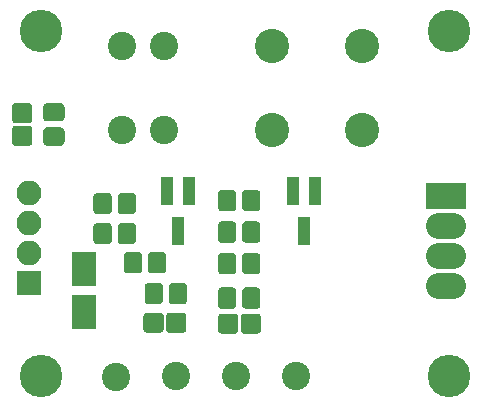
<source format=gbr>
G04 #@! TF.GenerationSoftware,KiCad,Pcbnew,5.0.0-fee4fd1~66~ubuntu18.04.1*
G04 #@! TF.CreationDate,2018-10-10T23:42:05+08:00*
G04 #@! TF.ProjectId,Solid State Relay Kit,536F6C69642053746174652052656C61,rev?*
G04 #@! TF.SameCoordinates,Original*
G04 #@! TF.FileFunction,Soldermask,Top*
G04 #@! TF.FilePolarity,Negative*
%FSLAX46Y46*%
G04 Gerber Fmt 4.6, Leading zero omitted, Abs format (unit mm)*
G04 Created by KiCad (PCBNEW 5.0.0-fee4fd1~66~ubuntu18.04.1) date Wed Oct 10 23:42:05 2018*
%MOMM*%
%LPD*%
G01*
G04 APERTURE LIST*
%ADD10C,2.400000*%
%ADD11C,0.100000*%
%ADD12C,1.550000*%
%ADD13R,2.000000X3.000000*%
%ADD14O,3.400000X2.200000*%
%ADD15R,3.400000X2.200000*%
%ADD16R,2.100000X2.100000*%
%ADD17O,2.100000X2.100000*%
%ADD18C,1.700000*%
%ADD19R,1.050000X2.400000*%
%ADD20C,2.900000*%
%ADD21C,3.600000*%
G04 APERTURE END LIST*
D10*
G04 #@! TO.C,SSR1*
X39370000Y-50897801D03*
G04 #@! TD*
G04 #@! TO.C,SSR2*
X44450000Y-50800000D03*
G04 #@! TD*
G04 #@! TO.C,5V1*
X49530000Y-50800000D03*
G04 #@! TD*
G04 #@! TO.C,GND1*
X54610000Y-50800000D03*
G04 #@! TD*
D11*
G04 #@! TO.C,R2*
G36*
X38680618Y-35296620D02*
X38713269Y-35301463D01*
X38745287Y-35309483D01*
X38776366Y-35320603D01*
X38806204Y-35334716D01*
X38834516Y-35351685D01*
X38861028Y-35371348D01*
X38885485Y-35393515D01*
X38907652Y-35417972D01*
X38927315Y-35444484D01*
X38944284Y-35472796D01*
X38958397Y-35502634D01*
X38969517Y-35533713D01*
X38977537Y-35565731D01*
X38982380Y-35598382D01*
X38984000Y-35631350D01*
X38984000Y-36758650D01*
X38982380Y-36791618D01*
X38977537Y-36824269D01*
X38969517Y-36856287D01*
X38958397Y-36887366D01*
X38944284Y-36917204D01*
X38927315Y-36945516D01*
X38907652Y-36972028D01*
X38885485Y-36996485D01*
X38861028Y-37018652D01*
X38834516Y-37038315D01*
X38806204Y-37055284D01*
X38776366Y-37069397D01*
X38745287Y-37080517D01*
X38713269Y-37088537D01*
X38680618Y-37093380D01*
X38647650Y-37095000D01*
X37770350Y-37095000D01*
X37737382Y-37093380D01*
X37704731Y-37088537D01*
X37672713Y-37080517D01*
X37641634Y-37069397D01*
X37611796Y-37055284D01*
X37583484Y-37038315D01*
X37556972Y-37018652D01*
X37532515Y-36996485D01*
X37510348Y-36972028D01*
X37490685Y-36945516D01*
X37473716Y-36917204D01*
X37459603Y-36887366D01*
X37448483Y-36856287D01*
X37440463Y-36824269D01*
X37435620Y-36791618D01*
X37434000Y-36758650D01*
X37434000Y-35631350D01*
X37435620Y-35598382D01*
X37440463Y-35565731D01*
X37448483Y-35533713D01*
X37459603Y-35502634D01*
X37473716Y-35472796D01*
X37490685Y-35444484D01*
X37510348Y-35417972D01*
X37532515Y-35393515D01*
X37556972Y-35371348D01*
X37583484Y-35351685D01*
X37611796Y-35334716D01*
X37641634Y-35320603D01*
X37672713Y-35309483D01*
X37704731Y-35301463D01*
X37737382Y-35296620D01*
X37770350Y-35295000D01*
X38647650Y-35295000D01*
X38680618Y-35296620D01*
X38680618Y-35296620D01*
G37*
D12*
X38209000Y-36195000D03*
D11*
G36*
X40730071Y-35296623D02*
X40762781Y-35301475D01*
X40794857Y-35309509D01*
X40825991Y-35320649D01*
X40855884Y-35334787D01*
X40884247Y-35351787D01*
X40910807Y-35371485D01*
X40935308Y-35393692D01*
X40957515Y-35418193D01*
X40977213Y-35444753D01*
X40994213Y-35473116D01*
X41008351Y-35503009D01*
X41019491Y-35534143D01*
X41027525Y-35566219D01*
X41032377Y-35598929D01*
X41034000Y-35631956D01*
X41034000Y-36758044D01*
X41032377Y-36791071D01*
X41027525Y-36823781D01*
X41019491Y-36855857D01*
X41008351Y-36886991D01*
X40994213Y-36916884D01*
X40977213Y-36945247D01*
X40957515Y-36971807D01*
X40935308Y-36996308D01*
X40910807Y-37018515D01*
X40884247Y-37038213D01*
X40855884Y-37055213D01*
X40825991Y-37069351D01*
X40794857Y-37080491D01*
X40762781Y-37088525D01*
X40730071Y-37093377D01*
X40697044Y-37095000D01*
X39820956Y-37095000D01*
X39787929Y-37093377D01*
X39755219Y-37088525D01*
X39723143Y-37080491D01*
X39692009Y-37069351D01*
X39662116Y-37055213D01*
X39633753Y-37038213D01*
X39607193Y-37018515D01*
X39582692Y-36996308D01*
X39560485Y-36971807D01*
X39540787Y-36945247D01*
X39523787Y-36916884D01*
X39509649Y-36886991D01*
X39498509Y-36855857D01*
X39490475Y-36823781D01*
X39485623Y-36791071D01*
X39484000Y-36758044D01*
X39484000Y-35631956D01*
X39485623Y-35598929D01*
X39490475Y-35566219D01*
X39498509Y-35534143D01*
X39509649Y-35503009D01*
X39523787Y-35473116D01*
X39540787Y-35444753D01*
X39560485Y-35418193D01*
X39582692Y-35393692D01*
X39607193Y-35371485D01*
X39633753Y-35351787D01*
X39662116Y-35334787D01*
X39692009Y-35320649D01*
X39723143Y-35309509D01*
X39755219Y-35301475D01*
X39787929Y-35296623D01*
X39820956Y-35295000D01*
X40697044Y-35295000D01*
X40730071Y-35296623D01*
X40730071Y-35296623D01*
G37*
D12*
X40259000Y-36195000D03*
G04 #@! TD*
D13*
G04 #@! TO.C,C1*
X36601400Y-41735600D03*
X36601400Y-45335600D03*
G04 #@! TD*
D14*
G04 #@! TO.C,J2*
X67310000Y-43180000D03*
D15*
X67310000Y-35560000D03*
D14*
X67310000Y-38100000D03*
X67310000Y-40640000D03*
G04 #@! TD*
D16*
G04 #@! TO.C,J1*
X32004000Y-42962400D03*
D17*
X32004000Y-40422400D03*
X32004000Y-37882400D03*
X32004000Y-35342400D03*
G04 #@! TD*
D11*
G04 #@! TO.C,D3*
G36*
X49410121Y-45506574D02*
X49441857Y-45511282D01*
X49472978Y-45519077D01*
X49503185Y-45529886D01*
X49532187Y-45543603D01*
X49559706Y-45560096D01*
X49585475Y-45579208D01*
X49609246Y-45600754D01*
X49630792Y-45624525D01*
X49649904Y-45650294D01*
X49666397Y-45677813D01*
X49680114Y-45706815D01*
X49690923Y-45737022D01*
X49698718Y-45768143D01*
X49703426Y-45799879D01*
X49705000Y-45831923D01*
X49705000Y-46878077D01*
X49703426Y-46910121D01*
X49698718Y-46941857D01*
X49690923Y-46972978D01*
X49680114Y-47003185D01*
X49666397Y-47032187D01*
X49649904Y-47059706D01*
X49630792Y-47085475D01*
X49609246Y-47109246D01*
X49585475Y-47130792D01*
X49559706Y-47149904D01*
X49532187Y-47166397D01*
X49503185Y-47180114D01*
X49472978Y-47190923D01*
X49441857Y-47198718D01*
X49410121Y-47203426D01*
X49378077Y-47205000D01*
X48306923Y-47205000D01*
X48274879Y-47203426D01*
X48243143Y-47198718D01*
X48212022Y-47190923D01*
X48181815Y-47180114D01*
X48152813Y-47166397D01*
X48125294Y-47149904D01*
X48099525Y-47130792D01*
X48075754Y-47109246D01*
X48054208Y-47085475D01*
X48035096Y-47059706D01*
X48018603Y-47032187D01*
X48004886Y-47003185D01*
X47994077Y-46972978D01*
X47986282Y-46941857D01*
X47981574Y-46910121D01*
X47980000Y-46878077D01*
X47980000Y-45831923D01*
X47981574Y-45799879D01*
X47986282Y-45768143D01*
X47994077Y-45737022D01*
X48004886Y-45706815D01*
X48018603Y-45677813D01*
X48035096Y-45650294D01*
X48054208Y-45624525D01*
X48075754Y-45600754D01*
X48099525Y-45579208D01*
X48125294Y-45560096D01*
X48152813Y-45543603D01*
X48181815Y-45529886D01*
X48212022Y-45519077D01*
X48243143Y-45511282D01*
X48274879Y-45506574D01*
X48306923Y-45505000D01*
X49378077Y-45505000D01*
X49410121Y-45506574D01*
X49410121Y-45506574D01*
G37*
D18*
X48842500Y-46355000D03*
D11*
G36*
X51335121Y-45506574D02*
X51366857Y-45511282D01*
X51397978Y-45519077D01*
X51428185Y-45529886D01*
X51457187Y-45543603D01*
X51484706Y-45560096D01*
X51510475Y-45579208D01*
X51534246Y-45600754D01*
X51555792Y-45624525D01*
X51574904Y-45650294D01*
X51591397Y-45677813D01*
X51605114Y-45706815D01*
X51615923Y-45737022D01*
X51623718Y-45768143D01*
X51628426Y-45799879D01*
X51630000Y-45831923D01*
X51630000Y-46878077D01*
X51628426Y-46910121D01*
X51623718Y-46941857D01*
X51615923Y-46972978D01*
X51605114Y-47003185D01*
X51591397Y-47032187D01*
X51574904Y-47059706D01*
X51555792Y-47085475D01*
X51534246Y-47109246D01*
X51510475Y-47130792D01*
X51484706Y-47149904D01*
X51457187Y-47166397D01*
X51428185Y-47180114D01*
X51397978Y-47190923D01*
X51366857Y-47198718D01*
X51335121Y-47203426D01*
X51303077Y-47205000D01*
X50231923Y-47205000D01*
X50199879Y-47203426D01*
X50168143Y-47198718D01*
X50137022Y-47190923D01*
X50106815Y-47180114D01*
X50077813Y-47166397D01*
X50050294Y-47149904D01*
X50024525Y-47130792D01*
X50000754Y-47109246D01*
X49979208Y-47085475D01*
X49960096Y-47059706D01*
X49943603Y-47032187D01*
X49929886Y-47003185D01*
X49919077Y-46972978D01*
X49911282Y-46941857D01*
X49906574Y-46910121D01*
X49905000Y-46878077D01*
X49905000Y-45831923D01*
X49906574Y-45799879D01*
X49911282Y-45768143D01*
X49919077Y-45737022D01*
X49929886Y-45706815D01*
X49943603Y-45677813D01*
X49960096Y-45650294D01*
X49979208Y-45624525D01*
X50000754Y-45600754D01*
X50024525Y-45579208D01*
X50050294Y-45560096D01*
X50077813Y-45543603D01*
X50106815Y-45529886D01*
X50137022Y-45519077D01*
X50168143Y-45511282D01*
X50199879Y-45506574D01*
X50231923Y-45505000D01*
X51303077Y-45505000D01*
X51335121Y-45506574D01*
X51335121Y-45506574D01*
G37*
D18*
X50767500Y-46355000D03*
G04 #@! TD*
D19*
G04 #@! TO.C,Q2*
X56195000Y-35120000D03*
X54295000Y-35120000D03*
X55245000Y-38540000D03*
G04 #@! TD*
D11*
G04 #@! TO.C,R9*
G36*
X51271071Y-40376623D02*
X51303781Y-40381475D01*
X51335857Y-40389509D01*
X51366991Y-40400649D01*
X51396884Y-40414787D01*
X51425247Y-40431787D01*
X51451807Y-40451485D01*
X51476308Y-40473692D01*
X51498515Y-40498193D01*
X51518213Y-40524753D01*
X51535213Y-40553116D01*
X51549351Y-40583009D01*
X51560491Y-40614143D01*
X51568525Y-40646219D01*
X51573377Y-40678929D01*
X51575000Y-40711956D01*
X51575000Y-41838044D01*
X51573377Y-41871071D01*
X51568525Y-41903781D01*
X51560491Y-41935857D01*
X51549351Y-41966991D01*
X51535213Y-41996884D01*
X51518213Y-42025247D01*
X51498515Y-42051807D01*
X51476308Y-42076308D01*
X51451807Y-42098515D01*
X51425247Y-42118213D01*
X51396884Y-42135213D01*
X51366991Y-42149351D01*
X51335857Y-42160491D01*
X51303781Y-42168525D01*
X51271071Y-42173377D01*
X51238044Y-42175000D01*
X50361956Y-42175000D01*
X50328929Y-42173377D01*
X50296219Y-42168525D01*
X50264143Y-42160491D01*
X50233009Y-42149351D01*
X50203116Y-42135213D01*
X50174753Y-42118213D01*
X50148193Y-42098515D01*
X50123692Y-42076308D01*
X50101485Y-42051807D01*
X50081787Y-42025247D01*
X50064787Y-41996884D01*
X50050649Y-41966991D01*
X50039509Y-41935857D01*
X50031475Y-41903781D01*
X50026623Y-41871071D01*
X50025000Y-41838044D01*
X50025000Y-40711956D01*
X50026623Y-40678929D01*
X50031475Y-40646219D01*
X50039509Y-40614143D01*
X50050649Y-40583009D01*
X50064787Y-40553116D01*
X50081787Y-40524753D01*
X50101485Y-40498193D01*
X50123692Y-40473692D01*
X50148193Y-40451485D01*
X50174753Y-40431787D01*
X50203116Y-40414787D01*
X50233009Y-40400649D01*
X50264143Y-40389509D01*
X50296219Y-40381475D01*
X50328929Y-40376623D01*
X50361956Y-40375000D01*
X51238044Y-40375000D01*
X51271071Y-40376623D01*
X51271071Y-40376623D01*
G37*
D12*
X50800000Y-41275000D03*
D11*
G36*
X49221071Y-40376623D02*
X49253781Y-40381475D01*
X49285857Y-40389509D01*
X49316991Y-40400649D01*
X49346884Y-40414787D01*
X49375247Y-40431787D01*
X49401807Y-40451485D01*
X49426308Y-40473692D01*
X49448515Y-40498193D01*
X49468213Y-40524753D01*
X49485213Y-40553116D01*
X49499351Y-40583009D01*
X49510491Y-40614143D01*
X49518525Y-40646219D01*
X49523377Y-40678929D01*
X49525000Y-40711956D01*
X49525000Y-41838044D01*
X49523377Y-41871071D01*
X49518525Y-41903781D01*
X49510491Y-41935857D01*
X49499351Y-41966991D01*
X49485213Y-41996884D01*
X49468213Y-42025247D01*
X49448515Y-42051807D01*
X49426308Y-42076308D01*
X49401807Y-42098515D01*
X49375247Y-42118213D01*
X49346884Y-42135213D01*
X49316991Y-42149351D01*
X49285857Y-42160491D01*
X49253781Y-42168525D01*
X49221071Y-42173377D01*
X49188044Y-42175000D01*
X48311956Y-42175000D01*
X48278929Y-42173377D01*
X48246219Y-42168525D01*
X48214143Y-42160491D01*
X48183009Y-42149351D01*
X48153116Y-42135213D01*
X48124753Y-42118213D01*
X48098193Y-42098515D01*
X48073692Y-42076308D01*
X48051485Y-42051807D01*
X48031787Y-42025247D01*
X48014787Y-41996884D01*
X48000649Y-41966991D01*
X47989509Y-41935857D01*
X47981475Y-41903781D01*
X47976623Y-41871071D01*
X47975000Y-41838044D01*
X47975000Y-40711956D01*
X47976623Y-40678929D01*
X47981475Y-40646219D01*
X47989509Y-40614143D01*
X48000649Y-40583009D01*
X48014787Y-40553116D01*
X48031787Y-40524753D01*
X48051485Y-40498193D01*
X48073692Y-40473692D01*
X48098193Y-40451485D01*
X48124753Y-40431787D01*
X48153116Y-40414787D01*
X48183009Y-40400649D01*
X48214143Y-40389509D01*
X48246219Y-40381475D01*
X48278929Y-40376623D01*
X48311956Y-40375000D01*
X49188044Y-40375000D01*
X49221071Y-40376623D01*
X49221071Y-40376623D01*
G37*
D12*
X48750000Y-41275000D03*
G04 #@! TD*
D11*
G04 #@! TO.C,R8*
G36*
X49221071Y-43297623D02*
X49253781Y-43302475D01*
X49285857Y-43310509D01*
X49316991Y-43321649D01*
X49346884Y-43335787D01*
X49375247Y-43352787D01*
X49401807Y-43372485D01*
X49426308Y-43394692D01*
X49448515Y-43419193D01*
X49468213Y-43445753D01*
X49485213Y-43474116D01*
X49499351Y-43504009D01*
X49510491Y-43535143D01*
X49518525Y-43567219D01*
X49523377Y-43599929D01*
X49525000Y-43632956D01*
X49525000Y-44759044D01*
X49523377Y-44792071D01*
X49518525Y-44824781D01*
X49510491Y-44856857D01*
X49499351Y-44887991D01*
X49485213Y-44917884D01*
X49468213Y-44946247D01*
X49448515Y-44972807D01*
X49426308Y-44997308D01*
X49401807Y-45019515D01*
X49375247Y-45039213D01*
X49346884Y-45056213D01*
X49316991Y-45070351D01*
X49285857Y-45081491D01*
X49253781Y-45089525D01*
X49221071Y-45094377D01*
X49188044Y-45096000D01*
X48311956Y-45096000D01*
X48278929Y-45094377D01*
X48246219Y-45089525D01*
X48214143Y-45081491D01*
X48183009Y-45070351D01*
X48153116Y-45056213D01*
X48124753Y-45039213D01*
X48098193Y-45019515D01*
X48073692Y-44997308D01*
X48051485Y-44972807D01*
X48031787Y-44946247D01*
X48014787Y-44917884D01*
X48000649Y-44887991D01*
X47989509Y-44856857D01*
X47981475Y-44824781D01*
X47976623Y-44792071D01*
X47975000Y-44759044D01*
X47975000Y-43632956D01*
X47976623Y-43599929D01*
X47981475Y-43567219D01*
X47989509Y-43535143D01*
X48000649Y-43504009D01*
X48014787Y-43474116D01*
X48031787Y-43445753D01*
X48051485Y-43419193D01*
X48073692Y-43394692D01*
X48098193Y-43372485D01*
X48124753Y-43352787D01*
X48153116Y-43335787D01*
X48183009Y-43321649D01*
X48214143Y-43310509D01*
X48246219Y-43302475D01*
X48278929Y-43297623D01*
X48311956Y-43296000D01*
X49188044Y-43296000D01*
X49221071Y-43297623D01*
X49221071Y-43297623D01*
G37*
D12*
X48750000Y-44196000D03*
D11*
G36*
X51271071Y-43297623D02*
X51303781Y-43302475D01*
X51335857Y-43310509D01*
X51366991Y-43321649D01*
X51396884Y-43335787D01*
X51425247Y-43352787D01*
X51451807Y-43372485D01*
X51476308Y-43394692D01*
X51498515Y-43419193D01*
X51518213Y-43445753D01*
X51535213Y-43474116D01*
X51549351Y-43504009D01*
X51560491Y-43535143D01*
X51568525Y-43567219D01*
X51573377Y-43599929D01*
X51575000Y-43632956D01*
X51575000Y-44759044D01*
X51573377Y-44792071D01*
X51568525Y-44824781D01*
X51560491Y-44856857D01*
X51549351Y-44887991D01*
X51535213Y-44917884D01*
X51518213Y-44946247D01*
X51498515Y-44972807D01*
X51476308Y-44997308D01*
X51451807Y-45019515D01*
X51425247Y-45039213D01*
X51396884Y-45056213D01*
X51366991Y-45070351D01*
X51335857Y-45081491D01*
X51303781Y-45089525D01*
X51271071Y-45094377D01*
X51238044Y-45096000D01*
X50361956Y-45096000D01*
X50328929Y-45094377D01*
X50296219Y-45089525D01*
X50264143Y-45081491D01*
X50233009Y-45070351D01*
X50203116Y-45056213D01*
X50174753Y-45039213D01*
X50148193Y-45019515D01*
X50123692Y-44997308D01*
X50101485Y-44972807D01*
X50081787Y-44946247D01*
X50064787Y-44917884D01*
X50050649Y-44887991D01*
X50039509Y-44856857D01*
X50031475Y-44824781D01*
X50026623Y-44792071D01*
X50025000Y-44759044D01*
X50025000Y-43632956D01*
X50026623Y-43599929D01*
X50031475Y-43567219D01*
X50039509Y-43535143D01*
X50050649Y-43504009D01*
X50064787Y-43474116D01*
X50081787Y-43445753D01*
X50101485Y-43419193D01*
X50123692Y-43394692D01*
X50148193Y-43372485D01*
X50174753Y-43352787D01*
X50203116Y-43335787D01*
X50233009Y-43321649D01*
X50264143Y-43310509D01*
X50296219Y-43302475D01*
X50328929Y-43297623D01*
X50361956Y-43296000D01*
X51238044Y-43296000D01*
X51271071Y-43297623D01*
X51271071Y-43297623D01*
G37*
D12*
X50800000Y-44196000D03*
G04 #@! TD*
D11*
G04 #@! TO.C,R7*
G36*
X51271071Y-35042623D02*
X51303781Y-35047475D01*
X51335857Y-35055509D01*
X51366991Y-35066649D01*
X51396884Y-35080787D01*
X51425247Y-35097787D01*
X51451807Y-35117485D01*
X51476308Y-35139692D01*
X51498515Y-35164193D01*
X51518213Y-35190753D01*
X51535213Y-35219116D01*
X51549351Y-35249009D01*
X51560491Y-35280143D01*
X51568525Y-35312219D01*
X51573377Y-35344929D01*
X51575000Y-35377956D01*
X51575000Y-36504044D01*
X51573377Y-36537071D01*
X51568525Y-36569781D01*
X51560491Y-36601857D01*
X51549351Y-36632991D01*
X51535213Y-36662884D01*
X51518213Y-36691247D01*
X51498515Y-36717807D01*
X51476308Y-36742308D01*
X51451807Y-36764515D01*
X51425247Y-36784213D01*
X51396884Y-36801213D01*
X51366991Y-36815351D01*
X51335857Y-36826491D01*
X51303781Y-36834525D01*
X51271071Y-36839377D01*
X51238044Y-36841000D01*
X50361956Y-36841000D01*
X50328929Y-36839377D01*
X50296219Y-36834525D01*
X50264143Y-36826491D01*
X50233009Y-36815351D01*
X50203116Y-36801213D01*
X50174753Y-36784213D01*
X50148193Y-36764515D01*
X50123692Y-36742308D01*
X50101485Y-36717807D01*
X50081787Y-36691247D01*
X50064787Y-36662884D01*
X50050649Y-36632991D01*
X50039509Y-36601857D01*
X50031475Y-36569781D01*
X50026623Y-36537071D01*
X50025000Y-36504044D01*
X50025000Y-35377956D01*
X50026623Y-35344929D01*
X50031475Y-35312219D01*
X50039509Y-35280143D01*
X50050649Y-35249009D01*
X50064787Y-35219116D01*
X50081787Y-35190753D01*
X50101485Y-35164193D01*
X50123692Y-35139692D01*
X50148193Y-35117485D01*
X50174753Y-35097787D01*
X50203116Y-35080787D01*
X50233009Y-35066649D01*
X50264143Y-35055509D01*
X50296219Y-35047475D01*
X50328929Y-35042623D01*
X50361956Y-35041000D01*
X51238044Y-35041000D01*
X51271071Y-35042623D01*
X51271071Y-35042623D01*
G37*
D12*
X50800000Y-35941000D03*
D11*
G36*
X49221071Y-35042623D02*
X49253781Y-35047475D01*
X49285857Y-35055509D01*
X49316991Y-35066649D01*
X49346884Y-35080787D01*
X49375247Y-35097787D01*
X49401807Y-35117485D01*
X49426308Y-35139692D01*
X49448515Y-35164193D01*
X49468213Y-35190753D01*
X49485213Y-35219116D01*
X49499351Y-35249009D01*
X49510491Y-35280143D01*
X49518525Y-35312219D01*
X49523377Y-35344929D01*
X49525000Y-35377956D01*
X49525000Y-36504044D01*
X49523377Y-36537071D01*
X49518525Y-36569781D01*
X49510491Y-36601857D01*
X49499351Y-36632991D01*
X49485213Y-36662884D01*
X49468213Y-36691247D01*
X49448515Y-36717807D01*
X49426308Y-36742308D01*
X49401807Y-36764515D01*
X49375247Y-36784213D01*
X49346884Y-36801213D01*
X49316991Y-36815351D01*
X49285857Y-36826491D01*
X49253781Y-36834525D01*
X49221071Y-36839377D01*
X49188044Y-36841000D01*
X48311956Y-36841000D01*
X48278929Y-36839377D01*
X48246219Y-36834525D01*
X48214143Y-36826491D01*
X48183009Y-36815351D01*
X48153116Y-36801213D01*
X48124753Y-36784213D01*
X48098193Y-36764515D01*
X48073692Y-36742308D01*
X48051485Y-36717807D01*
X48031787Y-36691247D01*
X48014787Y-36662884D01*
X48000649Y-36632991D01*
X47989509Y-36601857D01*
X47981475Y-36569781D01*
X47976623Y-36537071D01*
X47975000Y-36504044D01*
X47975000Y-35377956D01*
X47976623Y-35344929D01*
X47981475Y-35312219D01*
X47989509Y-35280143D01*
X48000649Y-35249009D01*
X48014787Y-35219116D01*
X48031787Y-35190753D01*
X48051485Y-35164193D01*
X48073692Y-35139692D01*
X48098193Y-35117485D01*
X48124753Y-35097787D01*
X48153116Y-35080787D01*
X48183009Y-35066649D01*
X48214143Y-35055509D01*
X48246219Y-35047475D01*
X48278929Y-35042623D01*
X48311956Y-35041000D01*
X49188044Y-35041000D01*
X49221071Y-35042623D01*
X49221071Y-35042623D01*
G37*
D12*
X48750000Y-35941000D03*
G04 #@! TD*
D11*
G04 #@! TO.C,R6*
G36*
X51271071Y-37709623D02*
X51303781Y-37714475D01*
X51335857Y-37722509D01*
X51366991Y-37733649D01*
X51396884Y-37747787D01*
X51425247Y-37764787D01*
X51451807Y-37784485D01*
X51476308Y-37806692D01*
X51498515Y-37831193D01*
X51518213Y-37857753D01*
X51535213Y-37886116D01*
X51549351Y-37916009D01*
X51560491Y-37947143D01*
X51568525Y-37979219D01*
X51573377Y-38011929D01*
X51575000Y-38044956D01*
X51575000Y-39171044D01*
X51573377Y-39204071D01*
X51568525Y-39236781D01*
X51560491Y-39268857D01*
X51549351Y-39299991D01*
X51535213Y-39329884D01*
X51518213Y-39358247D01*
X51498515Y-39384807D01*
X51476308Y-39409308D01*
X51451807Y-39431515D01*
X51425247Y-39451213D01*
X51396884Y-39468213D01*
X51366991Y-39482351D01*
X51335857Y-39493491D01*
X51303781Y-39501525D01*
X51271071Y-39506377D01*
X51238044Y-39508000D01*
X50361956Y-39508000D01*
X50328929Y-39506377D01*
X50296219Y-39501525D01*
X50264143Y-39493491D01*
X50233009Y-39482351D01*
X50203116Y-39468213D01*
X50174753Y-39451213D01*
X50148193Y-39431515D01*
X50123692Y-39409308D01*
X50101485Y-39384807D01*
X50081787Y-39358247D01*
X50064787Y-39329884D01*
X50050649Y-39299991D01*
X50039509Y-39268857D01*
X50031475Y-39236781D01*
X50026623Y-39204071D01*
X50025000Y-39171044D01*
X50025000Y-38044956D01*
X50026623Y-38011929D01*
X50031475Y-37979219D01*
X50039509Y-37947143D01*
X50050649Y-37916009D01*
X50064787Y-37886116D01*
X50081787Y-37857753D01*
X50101485Y-37831193D01*
X50123692Y-37806692D01*
X50148193Y-37784485D01*
X50174753Y-37764787D01*
X50203116Y-37747787D01*
X50233009Y-37733649D01*
X50264143Y-37722509D01*
X50296219Y-37714475D01*
X50328929Y-37709623D01*
X50361956Y-37708000D01*
X51238044Y-37708000D01*
X51271071Y-37709623D01*
X51271071Y-37709623D01*
G37*
D12*
X50800000Y-38608000D03*
D11*
G36*
X49221071Y-37709623D02*
X49253781Y-37714475D01*
X49285857Y-37722509D01*
X49316991Y-37733649D01*
X49346884Y-37747787D01*
X49375247Y-37764787D01*
X49401807Y-37784485D01*
X49426308Y-37806692D01*
X49448515Y-37831193D01*
X49468213Y-37857753D01*
X49485213Y-37886116D01*
X49499351Y-37916009D01*
X49510491Y-37947143D01*
X49518525Y-37979219D01*
X49523377Y-38011929D01*
X49525000Y-38044956D01*
X49525000Y-39171044D01*
X49523377Y-39204071D01*
X49518525Y-39236781D01*
X49510491Y-39268857D01*
X49499351Y-39299991D01*
X49485213Y-39329884D01*
X49468213Y-39358247D01*
X49448515Y-39384807D01*
X49426308Y-39409308D01*
X49401807Y-39431515D01*
X49375247Y-39451213D01*
X49346884Y-39468213D01*
X49316991Y-39482351D01*
X49285857Y-39493491D01*
X49253781Y-39501525D01*
X49221071Y-39506377D01*
X49188044Y-39508000D01*
X48311956Y-39508000D01*
X48278929Y-39506377D01*
X48246219Y-39501525D01*
X48214143Y-39493491D01*
X48183009Y-39482351D01*
X48153116Y-39468213D01*
X48124753Y-39451213D01*
X48098193Y-39431515D01*
X48073692Y-39409308D01*
X48051485Y-39384807D01*
X48031787Y-39358247D01*
X48014787Y-39329884D01*
X48000649Y-39299991D01*
X47989509Y-39268857D01*
X47981475Y-39236781D01*
X47976623Y-39204071D01*
X47975000Y-39171044D01*
X47975000Y-38044956D01*
X47976623Y-38011929D01*
X47981475Y-37979219D01*
X47989509Y-37947143D01*
X48000649Y-37916009D01*
X48014787Y-37886116D01*
X48031787Y-37857753D01*
X48051485Y-37831193D01*
X48073692Y-37806692D01*
X48098193Y-37784485D01*
X48124753Y-37764787D01*
X48153116Y-37747787D01*
X48183009Y-37733649D01*
X48214143Y-37722509D01*
X48246219Y-37714475D01*
X48278929Y-37709623D01*
X48311956Y-37708000D01*
X49188044Y-37708000D01*
X49221071Y-37709623D01*
X49221071Y-37709623D01*
G37*
D12*
X48750000Y-38608000D03*
G04 #@! TD*
D10*
G04 #@! TO.C,U2*
X43428000Y-29928000D03*
D20*
X60198000Y-29928000D03*
D10*
X39878000Y-29928000D03*
D20*
X52578000Y-29928000D03*
G04 #@! TD*
G04 #@! TO.C,U1*
X52578000Y-22816000D03*
D10*
X39878000Y-22816000D03*
D20*
X60198000Y-22816000D03*
D10*
X43428000Y-22816000D03*
G04 #@! TD*
D19*
G04 #@! TO.C,Q1*
X44577000Y-38540000D03*
X43627000Y-35120000D03*
X45527000Y-35120000D03*
G04 #@! TD*
D11*
G04 #@! TO.C,D1*
G36*
X43092621Y-45430374D02*
X43124357Y-45435082D01*
X43155478Y-45442877D01*
X43185685Y-45453686D01*
X43214687Y-45467403D01*
X43242206Y-45483896D01*
X43267975Y-45503008D01*
X43291746Y-45524554D01*
X43313292Y-45548325D01*
X43332404Y-45574094D01*
X43348897Y-45601613D01*
X43362614Y-45630615D01*
X43373423Y-45660822D01*
X43381218Y-45691943D01*
X43385926Y-45723679D01*
X43387500Y-45755723D01*
X43387500Y-46801877D01*
X43385926Y-46833921D01*
X43381218Y-46865657D01*
X43373423Y-46896778D01*
X43362614Y-46926985D01*
X43348897Y-46955987D01*
X43332404Y-46983506D01*
X43313292Y-47009275D01*
X43291746Y-47033046D01*
X43267975Y-47054592D01*
X43242206Y-47073704D01*
X43214687Y-47090197D01*
X43185685Y-47103914D01*
X43155478Y-47114723D01*
X43124357Y-47122518D01*
X43092621Y-47127226D01*
X43060577Y-47128800D01*
X41989423Y-47128800D01*
X41957379Y-47127226D01*
X41925643Y-47122518D01*
X41894522Y-47114723D01*
X41864315Y-47103914D01*
X41835313Y-47090197D01*
X41807794Y-47073704D01*
X41782025Y-47054592D01*
X41758254Y-47033046D01*
X41736708Y-47009275D01*
X41717596Y-46983506D01*
X41701103Y-46955987D01*
X41687386Y-46926985D01*
X41676577Y-46896778D01*
X41668782Y-46865657D01*
X41664074Y-46833921D01*
X41662500Y-46801877D01*
X41662500Y-45755723D01*
X41664074Y-45723679D01*
X41668782Y-45691943D01*
X41676577Y-45660822D01*
X41687386Y-45630615D01*
X41701103Y-45601613D01*
X41717596Y-45574094D01*
X41736708Y-45548325D01*
X41758254Y-45524554D01*
X41782025Y-45503008D01*
X41807794Y-45483896D01*
X41835313Y-45467403D01*
X41864315Y-45453686D01*
X41894522Y-45442877D01*
X41925643Y-45435082D01*
X41957379Y-45430374D01*
X41989423Y-45428800D01*
X43060577Y-45428800D01*
X43092621Y-45430374D01*
X43092621Y-45430374D01*
G37*
D18*
X42525000Y-46278800D03*
D11*
G36*
X45017621Y-45430374D02*
X45049357Y-45435082D01*
X45080478Y-45442877D01*
X45110685Y-45453686D01*
X45139687Y-45467403D01*
X45167206Y-45483896D01*
X45192975Y-45503008D01*
X45216746Y-45524554D01*
X45238292Y-45548325D01*
X45257404Y-45574094D01*
X45273897Y-45601613D01*
X45287614Y-45630615D01*
X45298423Y-45660822D01*
X45306218Y-45691943D01*
X45310926Y-45723679D01*
X45312500Y-45755723D01*
X45312500Y-46801877D01*
X45310926Y-46833921D01*
X45306218Y-46865657D01*
X45298423Y-46896778D01*
X45287614Y-46926985D01*
X45273897Y-46955987D01*
X45257404Y-46983506D01*
X45238292Y-47009275D01*
X45216746Y-47033046D01*
X45192975Y-47054592D01*
X45167206Y-47073704D01*
X45139687Y-47090197D01*
X45110685Y-47103914D01*
X45080478Y-47114723D01*
X45049357Y-47122518D01*
X45017621Y-47127226D01*
X44985577Y-47128800D01*
X43914423Y-47128800D01*
X43882379Y-47127226D01*
X43850643Y-47122518D01*
X43819522Y-47114723D01*
X43789315Y-47103914D01*
X43760313Y-47090197D01*
X43732794Y-47073704D01*
X43707025Y-47054592D01*
X43683254Y-47033046D01*
X43661708Y-47009275D01*
X43642596Y-46983506D01*
X43626103Y-46955987D01*
X43612386Y-46926985D01*
X43601577Y-46896778D01*
X43593782Y-46865657D01*
X43589074Y-46833921D01*
X43587500Y-46801877D01*
X43587500Y-45755723D01*
X43589074Y-45723679D01*
X43593782Y-45691943D01*
X43601577Y-45660822D01*
X43612386Y-45630615D01*
X43626103Y-45601613D01*
X43642596Y-45574094D01*
X43661708Y-45548325D01*
X43683254Y-45524554D01*
X43707025Y-45503008D01*
X43732794Y-45483896D01*
X43760313Y-45467403D01*
X43789315Y-45453686D01*
X43819522Y-45442877D01*
X43850643Y-45435082D01*
X43882379Y-45430374D01*
X43914423Y-45428800D01*
X44985577Y-45428800D01*
X45017621Y-45430374D01*
X45017621Y-45430374D01*
G37*
D18*
X44450000Y-46278800D03*
G04 #@! TD*
D11*
G04 #@! TO.C,D2*
G36*
X31953041Y-29596118D02*
X31984777Y-29600826D01*
X32015898Y-29608621D01*
X32046105Y-29619430D01*
X32075107Y-29633147D01*
X32102626Y-29649640D01*
X32128395Y-29668752D01*
X32152166Y-29690298D01*
X32173712Y-29714069D01*
X32192824Y-29739838D01*
X32209317Y-29767357D01*
X32223034Y-29796359D01*
X32233843Y-29826566D01*
X32241638Y-29857687D01*
X32246346Y-29889423D01*
X32247920Y-29921467D01*
X32247920Y-30992621D01*
X32246346Y-31024665D01*
X32241638Y-31056401D01*
X32233843Y-31087522D01*
X32223034Y-31117729D01*
X32209317Y-31146731D01*
X32192824Y-31174250D01*
X32173712Y-31200019D01*
X32152166Y-31223790D01*
X32128395Y-31245336D01*
X32102626Y-31264448D01*
X32075107Y-31280941D01*
X32046105Y-31294658D01*
X32015898Y-31305467D01*
X31984777Y-31313262D01*
X31953041Y-31317970D01*
X31920997Y-31319544D01*
X30874843Y-31319544D01*
X30842799Y-31317970D01*
X30811063Y-31313262D01*
X30779942Y-31305467D01*
X30749735Y-31294658D01*
X30720733Y-31280941D01*
X30693214Y-31264448D01*
X30667445Y-31245336D01*
X30643674Y-31223790D01*
X30622128Y-31200019D01*
X30603016Y-31174250D01*
X30586523Y-31146731D01*
X30572806Y-31117729D01*
X30561997Y-31087522D01*
X30554202Y-31056401D01*
X30549494Y-31024665D01*
X30547920Y-30992621D01*
X30547920Y-29921467D01*
X30549494Y-29889423D01*
X30554202Y-29857687D01*
X30561997Y-29826566D01*
X30572806Y-29796359D01*
X30586523Y-29767357D01*
X30603016Y-29739838D01*
X30622128Y-29714069D01*
X30643674Y-29690298D01*
X30667445Y-29668752D01*
X30693214Y-29649640D01*
X30720733Y-29633147D01*
X30749735Y-29619430D01*
X30779942Y-29608621D01*
X30811063Y-29600826D01*
X30842799Y-29596118D01*
X30874843Y-29594544D01*
X31920997Y-29594544D01*
X31953041Y-29596118D01*
X31953041Y-29596118D01*
G37*
D18*
X31397920Y-30457044D03*
D11*
G36*
X31953041Y-27671118D02*
X31984777Y-27675826D01*
X32015898Y-27683621D01*
X32046105Y-27694430D01*
X32075107Y-27708147D01*
X32102626Y-27724640D01*
X32128395Y-27743752D01*
X32152166Y-27765298D01*
X32173712Y-27789069D01*
X32192824Y-27814838D01*
X32209317Y-27842357D01*
X32223034Y-27871359D01*
X32233843Y-27901566D01*
X32241638Y-27932687D01*
X32246346Y-27964423D01*
X32247920Y-27996467D01*
X32247920Y-29067621D01*
X32246346Y-29099665D01*
X32241638Y-29131401D01*
X32233843Y-29162522D01*
X32223034Y-29192729D01*
X32209317Y-29221731D01*
X32192824Y-29249250D01*
X32173712Y-29275019D01*
X32152166Y-29298790D01*
X32128395Y-29320336D01*
X32102626Y-29339448D01*
X32075107Y-29355941D01*
X32046105Y-29369658D01*
X32015898Y-29380467D01*
X31984777Y-29388262D01*
X31953041Y-29392970D01*
X31920997Y-29394544D01*
X30874843Y-29394544D01*
X30842799Y-29392970D01*
X30811063Y-29388262D01*
X30779942Y-29380467D01*
X30749735Y-29369658D01*
X30720733Y-29355941D01*
X30693214Y-29339448D01*
X30667445Y-29320336D01*
X30643674Y-29298790D01*
X30622128Y-29275019D01*
X30603016Y-29249250D01*
X30586523Y-29221731D01*
X30572806Y-29192729D01*
X30561997Y-29162522D01*
X30554202Y-29131401D01*
X30549494Y-29099665D01*
X30547920Y-29067621D01*
X30547920Y-27996467D01*
X30549494Y-27964423D01*
X30554202Y-27932687D01*
X30561997Y-27901566D01*
X30572806Y-27871359D01*
X30586523Y-27842357D01*
X30603016Y-27814838D01*
X30622128Y-27789069D01*
X30643674Y-27765298D01*
X30667445Y-27743752D01*
X30693214Y-27724640D01*
X30720733Y-27708147D01*
X30749735Y-27694430D01*
X30779942Y-27683621D01*
X30811063Y-27675826D01*
X30842799Y-27671118D01*
X30874843Y-27669544D01*
X31920997Y-27669544D01*
X31953041Y-27671118D01*
X31953041Y-27671118D01*
G37*
D18*
X31397920Y-28532044D03*
G04 #@! TD*
D11*
G04 #@! TO.C,R1*
G36*
X38680071Y-37836623D02*
X38712781Y-37841475D01*
X38744857Y-37849509D01*
X38775991Y-37860649D01*
X38805884Y-37874787D01*
X38834247Y-37891787D01*
X38860807Y-37911485D01*
X38885308Y-37933692D01*
X38907515Y-37958193D01*
X38927213Y-37984753D01*
X38944213Y-38013116D01*
X38958351Y-38043009D01*
X38969491Y-38074143D01*
X38977525Y-38106219D01*
X38982377Y-38138929D01*
X38984000Y-38171956D01*
X38984000Y-39298044D01*
X38982377Y-39331071D01*
X38977525Y-39363781D01*
X38969491Y-39395857D01*
X38958351Y-39426991D01*
X38944213Y-39456884D01*
X38927213Y-39485247D01*
X38907515Y-39511807D01*
X38885308Y-39536308D01*
X38860807Y-39558515D01*
X38834247Y-39578213D01*
X38805884Y-39595213D01*
X38775991Y-39609351D01*
X38744857Y-39620491D01*
X38712781Y-39628525D01*
X38680071Y-39633377D01*
X38647044Y-39635000D01*
X37770956Y-39635000D01*
X37737929Y-39633377D01*
X37705219Y-39628525D01*
X37673143Y-39620491D01*
X37642009Y-39609351D01*
X37612116Y-39595213D01*
X37583753Y-39578213D01*
X37557193Y-39558515D01*
X37532692Y-39536308D01*
X37510485Y-39511807D01*
X37490787Y-39485247D01*
X37473787Y-39456884D01*
X37459649Y-39426991D01*
X37448509Y-39395857D01*
X37440475Y-39363781D01*
X37435623Y-39331071D01*
X37434000Y-39298044D01*
X37434000Y-38171956D01*
X37435623Y-38138929D01*
X37440475Y-38106219D01*
X37448509Y-38074143D01*
X37459649Y-38043009D01*
X37473787Y-38013116D01*
X37490787Y-37984753D01*
X37510485Y-37958193D01*
X37532692Y-37933692D01*
X37557193Y-37911485D01*
X37583753Y-37891787D01*
X37612116Y-37874787D01*
X37642009Y-37860649D01*
X37673143Y-37849509D01*
X37705219Y-37841475D01*
X37737929Y-37836623D01*
X37770956Y-37835000D01*
X38647044Y-37835000D01*
X38680071Y-37836623D01*
X38680071Y-37836623D01*
G37*
D12*
X38209000Y-38735000D03*
D11*
G36*
X40730071Y-37836623D02*
X40762781Y-37841475D01*
X40794857Y-37849509D01*
X40825991Y-37860649D01*
X40855884Y-37874787D01*
X40884247Y-37891787D01*
X40910807Y-37911485D01*
X40935308Y-37933692D01*
X40957515Y-37958193D01*
X40977213Y-37984753D01*
X40994213Y-38013116D01*
X41008351Y-38043009D01*
X41019491Y-38074143D01*
X41027525Y-38106219D01*
X41032377Y-38138929D01*
X41034000Y-38171956D01*
X41034000Y-39298044D01*
X41032377Y-39331071D01*
X41027525Y-39363781D01*
X41019491Y-39395857D01*
X41008351Y-39426991D01*
X40994213Y-39456884D01*
X40977213Y-39485247D01*
X40957515Y-39511807D01*
X40935308Y-39536308D01*
X40910807Y-39558515D01*
X40884247Y-39578213D01*
X40855884Y-39595213D01*
X40825991Y-39609351D01*
X40794857Y-39620491D01*
X40762781Y-39628525D01*
X40730071Y-39633377D01*
X40697044Y-39635000D01*
X39820956Y-39635000D01*
X39787929Y-39633377D01*
X39755219Y-39628525D01*
X39723143Y-39620491D01*
X39692009Y-39609351D01*
X39662116Y-39595213D01*
X39633753Y-39578213D01*
X39607193Y-39558515D01*
X39582692Y-39536308D01*
X39560485Y-39511807D01*
X39540787Y-39485247D01*
X39523787Y-39456884D01*
X39509649Y-39426991D01*
X39498509Y-39395857D01*
X39490475Y-39363781D01*
X39485623Y-39331071D01*
X39484000Y-39298044D01*
X39484000Y-38171956D01*
X39485623Y-38138929D01*
X39490475Y-38106219D01*
X39498509Y-38074143D01*
X39509649Y-38043009D01*
X39523787Y-38013116D01*
X39540787Y-37984753D01*
X39560485Y-37958193D01*
X39582692Y-37933692D01*
X39607193Y-37911485D01*
X39633753Y-37891787D01*
X39662116Y-37874787D01*
X39692009Y-37860649D01*
X39723143Y-37849509D01*
X39755219Y-37841475D01*
X39787929Y-37836623D01*
X39820956Y-37835000D01*
X40697044Y-37835000D01*
X40730071Y-37836623D01*
X40730071Y-37836623D01*
G37*
D12*
X40259000Y-38735000D03*
G04 #@! TD*
D11*
G04 #@! TO.C,R3*
G36*
X43007071Y-42916623D02*
X43039781Y-42921475D01*
X43071857Y-42929509D01*
X43102991Y-42940649D01*
X43132884Y-42954787D01*
X43161247Y-42971787D01*
X43187807Y-42991485D01*
X43212308Y-43013692D01*
X43234515Y-43038193D01*
X43254213Y-43064753D01*
X43271213Y-43093116D01*
X43285351Y-43123009D01*
X43296491Y-43154143D01*
X43304525Y-43186219D01*
X43309377Y-43218929D01*
X43311000Y-43251956D01*
X43311000Y-44378044D01*
X43309377Y-44411071D01*
X43304525Y-44443781D01*
X43296491Y-44475857D01*
X43285351Y-44506991D01*
X43271213Y-44536884D01*
X43254213Y-44565247D01*
X43234515Y-44591807D01*
X43212308Y-44616308D01*
X43187807Y-44638515D01*
X43161247Y-44658213D01*
X43132884Y-44675213D01*
X43102991Y-44689351D01*
X43071857Y-44700491D01*
X43039781Y-44708525D01*
X43007071Y-44713377D01*
X42974044Y-44715000D01*
X42097956Y-44715000D01*
X42064929Y-44713377D01*
X42032219Y-44708525D01*
X42000143Y-44700491D01*
X41969009Y-44689351D01*
X41939116Y-44675213D01*
X41910753Y-44658213D01*
X41884193Y-44638515D01*
X41859692Y-44616308D01*
X41837485Y-44591807D01*
X41817787Y-44565247D01*
X41800787Y-44536884D01*
X41786649Y-44506991D01*
X41775509Y-44475857D01*
X41767475Y-44443781D01*
X41762623Y-44411071D01*
X41761000Y-44378044D01*
X41761000Y-43251956D01*
X41762623Y-43218929D01*
X41767475Y-43186219D01*
X41775509Y-43154143D01*
X41786649Y-43123009D01*
X41800787Y-43093116D01*
X41817787Y-43064753D01*
X41837485Y-43038193D01*
X41859692Y-43013692D01*
X41884193Y-42991485D01*
X41910753Y-42971787D01*
X41939116Y-42954787D01*
X41969009Y-42940649D01*
X42000143Y-42929509D01*
X42032219Y-42921475D01*
X42064929Y-42916623D01*
X42097956Y-42915000D01*
X42974044Y-42915000D01*
X43007071Y-42916623D01*
X43007071Y-42916623D01*
G37*
D12*
X42536000Y-43815000D03*
D11*
G36*
X45057071Y-42916623D02*
X45089781Y-42921475D01*
X45121857Y-42929509D01*
X45152991Y-42940649D01*
X45182884Y-42954787D01*
X45211247Y-42971787D01*
X45237807Y-42991485D01*
X45262308Y-43013692D01*
X45284515Y-43038193D01*
X45304213Y-43064753D01*
X45321213Y-43093116D01*
X45335351Y-43123009D01*
X45346491Y-43154143D01*
X45354525Y-43186219D01*
X45359377Y-43218929D01*
X45361000Y-43251956D01*
X45361000Y-44378044D01*
X45359377Y-44411071D01*
X45354525Y-44443781D01*
X45346491Y-44475857D01*
X45335351Y-44506991D01*
X45321213Y-44536884D01*
X45304213Y-44565247D01*
X45284515Y-44591807D01*
X45262308Y-44616308D01*
X45237807Y-44638515D01*
X45211247Y-44658213D01*
X45182884Y-44675213D01*
X45152991Y-44689351D01*
X45121857Y-44700491D01*
X45089781Y-44708525D01*
X45057071Y-44713377D01*
X45024044Y-44715000D01*
X44147956Y-44715000D01*
X44114929Y-44713377D01*
X44082219Y-44708525D01*
X44050143Y-44700491D01*
X44019009Y-44689351D01*
X43989116Y-44675213D01*
X43960753Y-44658213D01*
X43934193Y-44638515D01*
X43909692Y-44616308D01*
X43887485Y-44591807D01*
X43867787Y-44565247D01*
X43850787Y-44536884D01*
X43836649Y-44506991D01*
X43825509Y-44475857D01*
X43817475Y-44443781D01*
X43812623Y-44411071D01*
X43811000Y-44378044D01*
X43811000Y-43251956D01*
X43812623Y-43218929D01*
X43817475Y-43186219D01*
X43825509Y-43154143D01*
X43836649Y-43123009D01*
X43850787Y-43093116D01*
X43867787Y-43064753D01*
X43887485Y-43038193D01*
X43909692Y-43013692D01*
X43934193Y-42991485D01*
X43960753Y-42971787D01*
X43989116Y-42954787D01*
X44019009Y-42940649D01*
X44050143Y-42929509D01*
X44082219Y-42921475D01*
X44114929Y-42916623D01*
X44147956Y-42915000D01*
X45024044Y-42915000D01*
X45057071Y-42916623D01*
X45057071Y-42916623D01*
G37*
D12*
X44586000Y-43815000D03*
G04 #@! TD*
D11*
G04 #@! TO.C,R4*
G36*
X43295471Y-40300423D02*
X43328181Y-40305275D01*
X43360257Y-40313309D01*
X43391391Y-40324449D01*
X43421284Y-40338587D01*
X43449647Y-40355587D01*
X43476207Y-40375285D01*
X43500708Y-40397492D01*
X43522915Y-40421993D01*
X43542613Y-40448553D01*
X43559613Y-40476916D01*
X43573751Y-40506809D01*
X43584891Y-40537943D01*
X43592925Y-40570019D01*
X43597777Y-40602729D01*
X43599400Y-40635756D01*
X43599400Y-41761844D01*
X43597777Y-41794871D01*
X43592925Y-41827581D01*
X43584891Y-41859657D01*
X43573751Y-41890791D01*
X43559613Y-41920684D01*
X43542613Y-41949047D01*
X43522915Y-41975607D01*
X43500708Y-42000108D01*
X43476207Y-42022315D01*
X43449647Y-42042013D01*
X43421284Y-42059013D01*
X43391391Y-42073151D01*
X43360257Y-42084291D01*
X43328181Y-42092325D01*
X43295471Y-42097177D01*
X43262444Y-42098800D01*
X42386356Y-42098800D01*
X42353329Y-42097177D01*
X42320619Y-42092325D01*
X42288543Y-42084291D01*
X42257409Y-42073151D01*
X42227516Y-42059013D01*
X42199153Y-42042013D01*
X42172593Y-42022315D01*
X42148092Y-42000108D01*
X42125885Y-41975607D01*
X42106187Y-41949047D01*
X42089187Y-41920684D01*
X42075049Y-41890791D01*
X42063909Y-41859657D01*
X42055875Y-41827581D01*
X42051023Y-41794871D01*
X42049400Y-41761844D01*
X42049400Y-40635756D01*
X42051023Y-40602729D01*
X42055875Y-40570019D01*
X42063909Y-40537943D01*
X42075049Y-40506809D01*
X42089187Y-40476916D01*
X42106187Y-40448553D01*
X42125885Y-40421993D01*
X42148092Y-40397492D01*
X42172593Y-40375285D01*
X42199153Y-40355587D01*
X42227516Y-40338587D01*
X42257409Y-40324449D01*
X42288543Y-40313309D01*
X42320619Y-40305275D01*
X42353329Y-40300423D01*
X42386356Y-40298800D01*
X43262444Y-40298800D01*
X43295471Y-40300423D01*
X43295471Y-40300423D01*
G37*
D12*
X42824400Y-41198800D03*
D11*
G36*
X41245471Y-40300423D02*
X41278181Y-40305275D01*
X41310257Y-40313309D01*
X41341391Y-40324449D01*
X41371284Y-40338587D01*
X41399647Y-40355587D01*
X41426207Y-40375285D01*
X41450708Y-40397492D01*
X41472915Y-40421993D01*
X41492613Y-40448553D01*
X41509613Y-40476916D01*
X41523751Y-40506809D01*
X41534891Y-40537943D01*
X41542925Y-40570019D01*
X41547777Y-40602729D01*
X41549400Y-40635756D01*
X41549400Y-41761844D01*
X41547777Y-41794871D01*
X41542925Y-41827581D01*
X41534891Y-41859657D01*
X41523751Y-41890791D01*
X41509613Y-41920684D01*
X41492613Y-41949047D01*
X41472915Y-41975607D01*
X41450708Y-42000108D01*
X41426207Y-42022315D01*
X41399647Y-42042013D01*
X41371284Y-42059013D01*
X41341391Y-42073151D01*
X41310257Y-42084291D01*
X41278181Y-42092325D01*
X41245471Y-42097177D01*
X41212444Y-42098800D01*
X40336356Y-42098800D01*
X40303329Y-42097177D01*
X40270619Y-42092325D01*
X40238543Y-42084291D01*
X40207409Y-42073151D01*
X40177516Y-42059013D01*
X40149153Y-42042013D01*
X40122593Y-42022315D01*
X40098092Y-42000108D01*
X40075885Y-41975607D01*
X40056187Y-41949047D01*
X40039187Y-41920684D01*
X40025049Y-41890791D01*
X40013909Y-41859657D01*
X40005875Y-41827581D01*
X40001023Y-41794871D01*
X39999400Y-41761844D01*
X39999400Y-40635756D01*
X40001023Y-40602729D01*
X40005875Y-40570019D01*
X40013909Y-40537943D01*
X40025049Y-40506809D01*
X40039187Y-40476916D01*
X40056187Y-40448553D01*
X40075885Y-40421993D01*
X40098092Y-40397492D01*
X40122593Y-40375285D01*
X40149153Y-40355587D01*
X40177516Y-40338587D01*
X40207409Y-40324449D01*
X40238543Y-40313309D01*
X40270619Y-40305275D01*
X40303329Y-40300423D01*
X40336356Y-40298800D01*
X41212444Y-40298800D01*
X41245471Y-40300423D01*
X41245471Y-40300423D01*
G37*
D12*
X40774400Y-41198800D03*
G04 #@! TD*
D11*
G04 #@! TO.C,R5*
G36*
X34686391Y-29746167D02*
X34719101Y-29751019D01*
X34751177Y-29759053D01*
X34782311Y-29770193D01*
X34812204Y-29784331D01*
X34840567Y-29801331D01*
X34867127Y-29821029D01*
X34891628Y-29843236D01*
X34913835Y-29867737D01*
X34933533Y-29894297D01*
X34950533Y-29922660D01*
X34964671Y-29952553D01*
X34975811Y-29983687D01*
X34983845Y-30015763D01*
X34988697Y-30048473D01*
X34990320Y-30081500D01*
X34990320Y-30957588D01*
X34988697Y-30990615D01*
X34983845Y-31023325D01*
X34975811Y-31055401D01*
X34964671Y-31086535D01*
X34950533Y-31116428D01*
X34933533Y-31144791D01*
X34913835Y-31171351D01*
X34891628Y-31195852D01*
X34867127Y-31218059D01*
X34840567Y-31237757D01*
X34812204Y-31254757D01*
X34782311Y-31268895D01*
X34751177Y-31280035D01*
X34719101Y-31288069D01*
X34686391Y-31292921D01*
X34653364Y-31294544D01*
X33527276Y-31294544D01*
X33494249Y-31292921D01*
X33461539Y-31288069D01*
X33429463Y-31280035D01*
X33398329Y-31268895D01*
X33368436Y-31254757D01*
X33340073Y-31237757D01*
X33313513Y-31218059D01*
X33289012Y-31195852D01*
X33266805Y-31171351D01*
X33247107Y-31144791D01*
X33230107Y-31116428D01*
X33215969Y-31086535D01*
X33204829Y-31055401D01*
X33196795Y-31023325D01*
X33191943Y-30990615D01*
X33190320Y-30957588D01*
X33190320Y-30081500D01*
X33191943Y-30048473D01*
X33196795Y-30015763D01*
X33204829Y-29983687D01*
X33215969Y-29952553D01*
X33230107Y-29922660D01*
X33247107Y-29894297D01*
X33266805Y-29867737D01*
X33289012Y-29843236D01*
X33313513Y-29821029D01*
X33340073Y-29801331D01*
X33368436Y-29784331D01*
X33398329Y-29770193D01*
X33429463Y-29759053D01*
X33461539Y-29751019D01*
X33494249Y-29746167D01*
X33527276Y-29744544D01*
X34653364Y-29744544D01*
X34686391Y-29746167D01*
X34686391Y-29746167D01*
G37*
D12*
X34090320Y-30519544D03*
D11*
G36*
X34686391Y-27696167D02*
X34719101Y-27701019D01*
X34751177Y-27709053D01*
X34782311Y-27720193D01*
X34812204Y-27734331D01*
X34840567Y-27751331D01*
X34867127Y-27771029D01*
X34891628Y-27793236D01*
X34913835Y-27817737D01*
X34933533Y-27844297D01*
X34950533Y-27872660D01*
X34964671Y-27902553D01*
X34975811Y-27933687D01*
X34983845Y-27965763D01*
X34988697Y-27998473D01*
X34990320Y-28031500D01*
X34990320Y-28907588D01*
X34988697Y-28940615D01*
X34983845Y-28973325D01*
X34975811Y-29005401D01*
X34964671Y-29036535D01*
X34950533Y-29066428D01*
X34933533Y-29094791D01*
X34913835Y-29121351D01*
X34891628Y-29145852D01*
X34867127Y-29168059D01*
X34840567Y-29187757D01*
X34812204Y-29204757D01*
X34782311Y-29218895D01*
X34751177Y-29230035D01*
X34719101Y-29238069D01*
X34686391Y-29242921D01*
X34653364Y-29244544D01*
X33527276Y-29244544D01*
X33494249Y-29242921D01*
X33461539Y-29238069D01*
X33429463Y-29230035D01*
X33398329Y-29218895D01*
X33368436Y-29204757D01*
X33340073Y-29187757D01*
X33313513Y-29168059D01*
X33289012Y-29145852D01*
X33266805Y-29121351D01*
X33247107Y-29094791D01*
X33230107Y-29066428D01*
X33215969Y-29036535D01*
X33204829Y-29005401D01*
X33196795Y-28973325D01*
X33191943Y-28940615D01*
X33190320Y-28907588D01*
X33190320Y-28031500D01*
X33191943Y-27998473D01*
X33196795Y-27965763D01*
X33204829Y-27933687D01*
X33215969Y-27902553D01*
X33230107Y-27872660D01*
X33247107Y-27844297D01*
X33266805Y-27817737D01*
X33289012Y-27793236D01*
X33313513Y-27771029D01*
X33340073Y-27751331D01*
X33368436Y-27734331D01*
X33398329Y-27720193D01*
X33429463Y-27709053D01*
X33461539Y-27701019D01*
X33494249Y-27696167D01*
X33527276Y-27694544D01*
X34653364Y-27694544D01*
X34686391Y-27696167D01*
X34686391Y-27696167D01*
G37*
D12*
X34090320Y-28469544D03*
G04 #@! TD*
D21*
G04 #@! TO.C,REF\002A\002A*
X33020000Y-21590000D03*
G04 #@! TD*
G04 #@! TO.C,REF\002A\002A*
X33020000Y-50800000D03*
G04 #@! TD*
G04 #@! TO.C,REF\002A\002A*
X67564000Y-21590000D03*
G04 #@! TD*
G04 #@! TO.C,REF\002A\002A*
X67564000Y-50800000D03*
G04 #@! TD*
M02*

</source>
